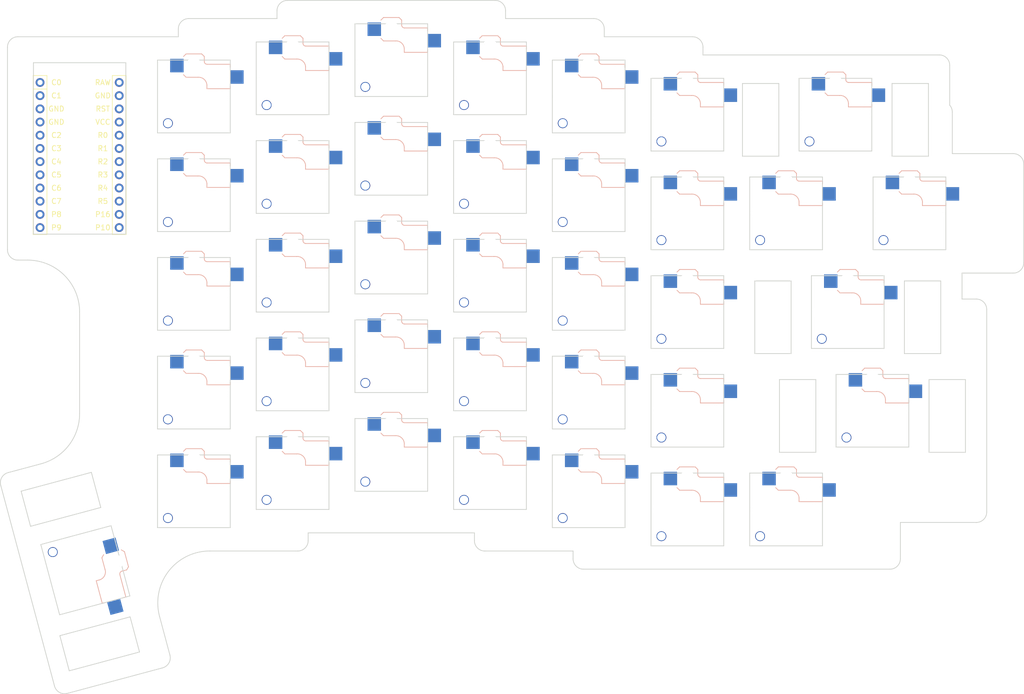
<source format=kicad_pcb>
(kicad_pcb (version 20240108) (generator "ergogen") (generator_version "4.2.1")
  (title_block (title "right") (date "2026-02-06") (rev "0.0.1") (company "LunaticGhoulPiano"))
  (layers (0 "F.Cu" signal) (31 "B.Cu" signal) (34 "B.Paste" user) (35 "F.Paste" user) (36 "B.SilkS" user "B.Silkscreen") (37 "F.SilkS" user "F.Silkscreen") (38 "B.Mask" user) (39 "F.Mask" user) (44 "Edge.Cuts" user))
  (net 0 "")
  (net 1 "RAW")
  (net 2 "GND")
  (net 3 "RST")
  (net 4 "VCC")
  (net 5 "R0")
  (net 6 "R1")
  (net 7 "R2")
  (net 8 "R3")
  (net 9 "R4")
  (net 10 "R5")
  (net 11 "P16")
  (net 12 "P10")
  (net 13 "C0")
  (net 14 "C1")
  (net 15 "C2")
  (net 16 "C3")
  (net 17 "C4")
  (net 18 "C5")
  (net 19 "C6")
  (net 20 "C7")
  (net 21 "P8")
  (net 22 "P9")
  (net 23 "P101")
  (net 24 "P102")
  (net 25 "P107")
  (net 26 "MCU1_24")
  (net 27 "MCU1_1")
  (net 28 "MCU1_23")
  (net 29 "MCU1_2")
  (net 30 "MCU1_22")
  (net 31 "MCU1_3")
  (net 32 "MCU1_21")
  (net 33 "MCU1_4")
  (net 34 "MCU1_20")
  (net 35 "MCU1_5")
  (net 36 "MCU1_19")
  (net 37 "MCU1_6")
  (net 38 "MCU1_18")
  (net 39 "MCU1_7")
  (net 40 "MCU1_17")
  (net 41 "MCU1_8")
  (net 42 "MCU1_16")
  (net 43 "MCU1_9")
  (net 44 "MCU1_15")
  (net 45 "MCU1_10")
  (net 46 "MCU1_14")
  (net 47 "MCU1_11")
  (net 48 "MCU1_13")
  (net 49 "MCU1_12")
  (net 50 "D1")
  (net 51 "D2")
  (footprint "ceoloide:mcu_supermini_nrf52840" (layer "F.Cu") (at 223 164 0)
    (property "Reference" "MCU1" hide)
  )
  (footprint "ceoloide:switch_choc_v1_v2" (layer "B.Cu") (at 245 230 0)
    (property "Reference" "S1" hide)
  )
  (footprint "ceoloide:switch_choc_v1_v2" (layer "B.Cu") (at 245 211 0)
    (property "Reference" "S2" hide)
  )
  (footprint "ceoloide:switch_choc_v1_v2" (layer "B.Cu") (at 245 192 0)
    (property "Reference" "S3" hide)
  )
  (footprint "ceoloide:switch_choc_v1_v2" (layer "B.Cu") (at 245 173 0)
    (property "Reference" "S4" hide)
  )
  (footprint "ceoloide:switch_choc_v1_v2" (layer "B.Cu") (at 245 154 0)
    (property "Reference" "S5" hide)
  )
  (footprint "ceoloide:switch_choc_v1_v2" (layer "B.Cu") (at 264 226.5 0)
    (property "Reference" "S6" hide)
  )
  (footprint "ceoloide:switch_choc_v1_v2" (layer "B.Cu") (at 264 207.5 0)
    (property "Reference" "S7" hide)
  )
  (footprint "ceoloide:switch_choc_v1_v2" (layer "B.Cu") (at 264 188.5 0)
    (property "Reference" "S8" hide)
  )
  (footprint "ceoloide:switch_choc_v1_v2" (layer "B.Cu") (at 264 169.5 0)
    (property "Reference" "S9" hide)
  )
  (footprint "ceoloide:switch_choc_v1_v2" (layer "B.Cu") (at 264 150.5 0)
    (property "Reference" "S10" hide)
  )
  (footprint "ceoloide:switch_choc_v1_v2" (layer "B.Cu") (at 283 223 0)
    (property "Reference" "S11" hide)
  )
  (footprint "ceoloide:switch_choc_v1_v2" (layer "B.Cu") (at 283 204 0)
    (property "Reference" "S12" hide)
  )
  (footprint "ceoloide:switch_choc_v1_v2" (layer "B.Cu") (at 283 185 0)
    (property "Reference" "S13" hide)
  )
  (footprint "ceoloide:switch_choc_v1_v2" (layer "B.Cu") (at 283 166 0)
    (property "Reference" "S14" hide)
  )
  (footprint "ceoloide:switch_choc_v1_v2" (layer "B.Cu") (at 283 147 0)
    (property "Reference" "S15" hide)
  )
  (footprint "ceoloide:switch_choc_v1_v2" (layer "B.Cu") (at 302 226.5 0)
    (property "Reference" "S16" hide)
  )
  (footprint "ceoloide:switch_choc_v1_v2" (layer "B.Cu") (at 302 207.5 0)
    (property "Reference" "S17" hide)
  )
  (footprint "ceoloide:switch_choc_v1_v2" (layer "B.Cu") (at 302 188.5 0)
    (property "Reference" "S18" hide)
  )
  (footprint "ceoloide:switch_choc_v1_v2" (layer "B.Cu") (at 302 169.5 0)
    (property "Reference" "S19" hide)
  )
  (footprint "ceoloide:switch_choc_v1_v2" (layer "B.Cu") (at 302 150.5 0)
    (property "Reference" "S20" hide)
  )
  (footprint "ceoloide:switch_choc_v1_v2" (layer "B.Cu") (at 321 230 0)
    (property "Reference" "S21" hide)
  )
  (footprint "ceoloide:switch_choc_v1_v2" (layer "B.Cu") (at 321 211 0)
    (property "Reference" "S22" hide)
  )
  (footprint "ceoloide:switch_choc_v1_v2" (layer "B.Cu") (at 321 192 0)
    (property "Reference" "S23" hide)
  )
  (footprint "ceoloide:switch_choc_v1_v2" (layer "B.Cu") (at 321 173 0)
    (property "Reference" "S24" hide)
  )
  (footprint "ceoloide:switch_choc_v1_v2" (layer "B.Cu") (at 321 154 0)
    (property "Reference" "S25" hide)
  )
  (footprint "ceoloide:switch_choc_v1_v2" (layer "B.Cu") (at 340 233.5 0)
    (property "Reference" "S26" hide)
  )
  (footprint "ceoloide:switch_choc_v1_v2" (layer "B.Cu") (at 340 214.5 0)
    (property "Reference" "S27" hide)
  )
  (footprint "ceoloide:switch_choc_v1_v2" (layer "B.Cu") (at 340 195.5 0)
    (property "Reference" "S28" hide)
  )
  (footprint "ceoloide:switch_choc_v1_v2" (layer "B.Cu") (at 340 176.5 0)
    (property "Reference" "S29" hide)
  )
  (footprint "ceoloide:switch_choc_v1_v2" (layer "B.Cu") (at 340 157.5 0)
    (property "Reference" "S30" hide)
  )
  (footprint "ceoloide:switch_choc_v1_v2" (layer "B.Cu") (at 359 233.5 0)
    (property "Reference" "S31" hide)
  )
  (footprint "ceoloide:switch_choc_v1_v2" (layer "B.Cu") (at 375.625 214.5 0)
    (property "Reference" "S32" hide)
  )
  (footprint "ceoloide:switch_choc_v1_v2" (layer "B.Cu") (at 370.875 195.5 0)
    (property "Reference" "S33" hide)
  )
  (footprint "ceoloide:switch_choc_v1_v2" (layer "B.Cu") (at 359 176.5 0)
    (property "Reference" "S34" hide)
  )
  (footprint "ceoloide:switch_choc_v1_v2" (layer "B.Cu") (at 368.5 157.5 0)
    (property "Reference" "S35" hide)
  )
  (footprint "ceoloide:switch_choc_v1_v2" (layer "B.Cu") (at 382.75 176.5 0)
    (property "Reference" "S36" hide)
  )
  (footprint "ceoloide:switch_choc_v1_v2" (layer "B.Cu") (at 224.1 245.2 -75)
    (property "Reference" "S37" hide)
  )
  (footprint "ceoloide:diode_tht_sod123" (layer "B.Cu") (at 245 230 0)
    (property "Reference" "D1" hide)
  )
  (footprint "ceoloide:diode_tht_sod123" (layer "B.Cu") (at 245 211 0)
    (property "Reference" "D2" hide)
  )
  (footprint "ceoloide:diode_tht_sod123" (layer "B.Cu") (at 245 192 0)
    (property "Reference" "D3" hide)
  )
  (footprint "ceoloide:diode_tht_sod123" (layer "B.Cu") (at 245 173 0)
    (property "Reference" "D4" hide)
  )
  (footprint "ceoloide:diode_tht_sod123" (layer "B.Cu") (at 245 154 0)
    (property "Reference" "D5" hide)
  )
  (footprint "ceoloide:diode_tht_sod123" (layer "B.Cu") (at 264 226.5 0)
    (property "Reference" "D6" hide)
  )
  (footprint "ceoloide:diode_tht_sod123" (layer "B.Cu") (at 264 207.5 0)
    (property "Reference" "D7" hide)
  )
  (footprint "ceoloide:diode_tht_sod123" (layer "B.Cu") (at 264 188.5 0)
    (property "Reference" "D8" hide)
  )
  (footprint "ceoloide:diode_tht_sod123" (layer "B.Cu") (at 264 169.5 0)
    (property "Reference" "D9" hide)
  )
  (footprint "ceoloide:diode_tht_sod123" (layer "B.Cu") (at 264 150.5 0)
    (property "Reference" "D10" hide)
  )
  (footprint "ceoloide:diode_tht_sod123" (layer "B.Cu") (at 283 223 0)
    (property "Reference" "D11" hide)
  )
  (footprint "ceoloide:diode_tht_sod123" (layer "B.Cu") (at 283 204 0)
    (property "Reference" "D12" hide)
  )
  (footprint "ceoloide:diode_tht_sod123" (layer "B.Cu") (at 283 185 0)
    (property "Reference" "D13" hide)
  )
  (footprint "ceoloide:diode_tht_sod123" (layer "B.Cu") (at 283 166 0)
    (property "Reference" "D14" hide)
  )
  (footprint "ceoloide:diode_tht_sod123" (layer "B.Cu") (at 283 147 0)
    (property "Reference" "D15" hide)
  )
  (footprint "ceoloide:diode_tht_sod123" (layer "B.Cu") (at 302 226.5 0)
    (property "Reference" "D16" hide)
  )
  (footprint "ceoloide:diode_tht_sod123" (layer "B.Cu") (at 302 207.5 0)
    (property "Reference" "D17" hide)
  )
  (footprint "ceoloide:diode_tht_sod123" (layer "B.Cu") (at 302 188.5 0)
    (property "Reference" "D18" hide)
  )
  (footprint "ceoloide:diode_tht_sod123" (layer "B.Cu") (at 302 169.5 0)
    (property "Reference" "D19" hide)
  )
  (footprint "ceoloide:diode_tht_sod123" (layer "B.Cu") (at 302 150.5 0)
    (property "Reference" "D20" hide)
  )
  (footprint "ceoloide:diode_tht_sod123" (layer "B.Cu") (at 321 230 0)
    (property "Reference" "D21" hide)
  )
  (footprint "ceoloide:diode_tht_sod123" (layer "B.Cu") (at 321 211 0)
    (property "Reference" "D22" hide)
  )
  (footprint "ceoloide:diode_tht_sod123" (layer "B.Cu") (at 321 192 0)
    (property "Reference" "D23" hide)
  )
  (footprint "ceoloide:diode_tht_sod123" (layer "B.Cu") (at 321 173 0)
    (property "Reference" "D24" hide)
  )
  (footprint "ceoloide:diode_tht_sod123" (layer "B.Cu") (at 321 154 0)
    (property "Reference" "D25" hide)
  )
  (footprint "ceoloide:diode_tht_sod123" (layer "B.Cu") (at 340 233.5 0)
    (property "Reference" "D26" hide)
  )
  (footprint "ceoloide:diode_tht_sod123" (layer "B.Cu") (at 340 214.5 0)
    (property "Reference" "D27" hide)
  )
  (footprint "ceoloide:diode_tht_sod123" (layer "B.Cu") (at 340 195.5 0)
    (property "Reference" "D28" hide)
  )
  (footprint "ceoloide:diode_tht_sod123" (layer "B.Cu") (at 340 176.5 0)
    (property "Reference" "D29" hide)
  )
  (footprint "ceoloide:diode_tht_sod123" (layer "B.Cu") (at 340 157.5 0)
    (property "Reference" "D30" hide)
  )
  (footprint "ceoloide:diode_tht_sod123" (layer "B.Cu") (at 359 233.5 0)
    (property "Reference" "D31" hide)
  )
  (footprint "ceoloide:diode_tht_sod123" (layer "B.Cu") (at 375.625 214.5 0)
    (property "Reference" "D32" hide)
  )
  (footprint "ceoloide:diode_tht_sod123" (layer "B.Cu") (at 370.875 195.5 0)
    (property "Reference" "D33" hide)
  )
  (footprint "ceoloide:diode_tht_sod123" (layer "B.Cu") (at 359 176.5 0)
    (property "Reference" "D34" hide)
  )
  (footprint "ceoloide:diode_tht_sod123" (layer "B.Cu") (at 368.5 157.5 0)
    (property "Reference" "D35" hide)
  )
  (footprint "ceoloide:diode_tht_sod123" (layer "B.Cu") (at 382.75 176.5 0)
    (property "Reference" "D36" hide)
  )
  (footprint "ceoloide:diode_tht_sod123" (layer "B.Cu") (at 224.1 245.2 -75)
    (property "Reference" "D37" hide)
  )
  (gr_line (start 248.04651791757527 241.5) (end 265 241.5) (layer Edge.Cuts) (stroke (width 0.15)))
  (gr_arc (start 265 241.5) (mid 266.4142136 240.9142136) (end 267 239.5) (layer Edge.Cuts) (stroke (width 0.15)))
  (gr_line (start 267 239.5) (end 267 238) (layer Edge.Cuts) (stroke (width 0.15)))
  (gr_line (start 267 238) (end 299 238) (layer Edge.Cuts) (stroke (width 0.15)))
  (gr_line (start 299 238) (end 299 239.5) (layer Edge.Cuts) (stroke (width 0.15)))
  (gr_arc (start 299 239.5) (mid 299.5857864 240.9142136) (end 301 241.5) (layer Edge.Cuts) (stroke (width 0.15)))
  (gr_line (start 301 241.5) (end 318 241.5) (layer Edge.Cuts) (stroke (width 0.15)))
  (gr_line (start 318 241.5) (end 318 243) (layer Edge.Cuts) (stroke (width 0.15)))
  (gr_arc (start 318 243) (mid 318.5857864 244.4142136) (end 320 245) (layer Edge.Cuts) (stroke (width 0.15)))
  (gr_line (start 320 245) (end 379 245) (layer Edge.Cuts) (stroke (width 0.15)))
  (gr_arc (start 379 245) (mid 380.4142136 244.4142136) (end 381 243) (layer Edge.Cuts) (stroke (width 0.15)))
  (gr_line (start 381 243) (end 381 236) (layer Edge.Cuts) (stroke (width 0.15)))
  (gr_line (start 395.625 236) (end 381 236) (layer Edge.Cuts) (stroke (width 0.15)))
  (gr_arc (start 395.625 236) (mid 397.0392136 235.4142136) (end 397.625 234) (layer Edge.Cuts) (stroke (width 0.15)))
  (gr_line (start 397.625 234) (end 397.625 195) (layer Edge.Cuts) (stroke (width 0.15)))
  (gr_arc (start 397.625 195) (mid 397.0392136 193.5857864) (end 395.625 193) (layer Edge.Cuts) (stroke (width 0.15)))
  (gr_line (start 392.875 193) (end 395.625 193) (layer Edge.Cuts) (stroke (width 0.15)))
  (gr_line (start 392.875 193) (end 392.875 188) (layer Edge.Cuts) (stroke (width 0.15)))
  (gr_line (start 392.875 188) (end 402.75 188) (layer Edge.Cuts) (stroke (width 0.15)))
  (gr_arc (start 402.75 188) (mid 404.1642136 187.4142136) (end 404.75 186) (layer Edge.Cuts) (stroke (width 0.15)))
  (gr_line (start 404.75 186) (end 404.75 167) (layer Edge.Cuts) (stroke (width 0.15)))
  (gr_arc (start 404.75 167) (mid 404.1642136 165.5857864) (end 402.75 165) (layer Edge.Cuts) (stroke (width 0.15)))
  (gr_line (start 402.75 165) (end 391 165) (layer Edge.Cuts) (stroke (width 0.15)))
  (gr_line (start 391 157) (end 391 165) (layer Edge.Cuts) (stroke (width 0.15)))
  (gr_arc (start 391 157) (mid 390.8708287 156.2928932) (end 390.5 155.6771243) (layer Edge.Cuts) (stroke (width 0.15)))
  (gr_line (start 390.5 155.6771243) (end 390.5 148) (layer Edge.Cuts) (stroke (width 0.15)))
  (gr_arc (start 390.5 148) (mid 389.9142136 146.5857864) (end 388.5 146) (layer Edge.Cuts) (stroke (width 0.15)))
  (gr_line (start 343 146) (end 388.5 146) (layer Edge.Cuts) (stroke (width 0.15)))
  (gr_line (start 343 146) (end 343 144.5) (layer Edge.Cuts) (stroke (width 0.15)))
  (gr_arc (start 343 144.5) (mid 342.4142136 143.0857864) (end 341 142.5) (layer Edge.Cuts) (stroke (width 0.15)))
  (gr_line (start 341 142.5) (end 324 142.5) (layer Edge.Cuts) (stroke (width 0.15)))
  (gr_line (start 324 142.5) (end 324 141) (layer Edge.Cuts) (stroke (width 0.15)))
  (gr_arc (start 324 141) (mid 323.4142136 139.5857864) (end 322 139) (layer Edge.Cuts) (stroke (width 0.15)))
  (gr_line (start 322 139) (end 305 139) (layer Edge.Cuts) (stroke (width 0.15)))
  (gr_line (start 305 139) (end 305 137.5) (layer Edge.Cuts) (stroke (width 0.15)))
  (gr_arc (start 305 137.5) (mid 304.4142136 136.0857864) (end 303 135.5) (layer Edge.Cuts) (stroke (width 0.15)))
  (gr_line (start 303 135.5) (end 263 135.5) (layer Edge.Cuts) (stroke (width 0.15)))
  (gr_arc (start 263 135.5) (mid 261.5857864 136.0857864) (end 261 137.5) (layer Edge.Cuts) (stroke (width 0.15)))
  (gr_line (start 261 137.5) (end 261 139) (layer Edge.Cuts) (stroke (width 0.15)))
  (gr_line (start 261 139) (end 244 139) (layer Edge.Cuts) (stroke (width 0.15)))
  (gr_arc (start 244 139) (mid 242.5857864 139.5857864) (end 242 141) (layer Edge.Cuts) (stroke (width 0.15)))
  (gr_line (start 242 141) (end 242 142.5) (layer Edge.Cuts) (stroke (width 0.15)))
  (gr_line (start 211.11 142.5) (end 242 142.5) (layer Edge.Cuts) (stroke (width 0.15)))
  (gr_arc (start 211.11 142.5) (mid 209.6957864 143.0857864) (end 209.11 144.5) (layer Edge.Cuts) (stroke (width 0.15)))
  (gr_line (start 209.11 144.5) (end 209.11 183.5) (layer Edge.Cuts) (stroke (width 0.15)))
  (gr_arc (start 209.11 183.5) (mid 209.6957864 184.9142136) (end 211.11 185.5) (layer Edge.Cuts) (stroke (width 0.15)))
  (gr_line (start 211.11 185.5) (end 213 185.5) (layer Edge.Cuts) (stroke (width 0.15)))
  (gr_line (start 223 215.04539827137103) (end 223 195.5) (layer Edge.Cuts) (stroke (width 0.15)))
  (gr_line (start 215.58819101650644 224.70465633297357) (end 209.2296856 226.4084127673345) (layer Edge.Cuts) (stroke (width 0.15)))
  (gr_arc (start 209.22968559999998 226.4084128) (mid 208.01527289999999 227.3402644) (end 207.8154721 228.8579025) (layer Edge.Cuts) (stroke (width 0.15)))
  (gr_line (start 207.81547199999997 228.8579025) (end 218.1682339 267.4949356) (layer Edge.Cuts) (stroke (width 0.15)))
  (gr_arc (start 218.16823389999996 267.49493559999996) (mid 219.10008559999997 268.7093483) (end 220.61772369999997 268.90914919999994) (layer Edge.Cuts) (stroke (width 0.15)))
  (gr_line (start 220.6177237 268.90914919999994) (end 238.9703144 263.99158729999994) (layer Edge.Cuts) (stroke (width 0.15)))
  (gr_arc (start 238.9703144 263.99158729999994) (mid 240.1847271 263.05973559999995) (end 240.38452800000002 261.54209749999995) (layer Edge.Cuts) (stroke (width 0.15)))
  (gr_line (start 240.38452800000002 261.5420975) (end 238.38725951267145 254.08819010849356) (layer Edge.Cuts) (stroke (width 0.15)))
  (gr_arc (start 223 195.5) (mid 220.0710678 188.4289322) (end 213 185.5) (layer Edge.Cuts) (stroke (width 0.15)))
  (gr_arc (start 215.588191 224.70465637137102) (mid 220.9335336 221.13301237137102) (end 223 215.04539827137103) (layer Edge.Cuts) (stroke (width 0.15)))
  (gr_arc (start 248.04651791757527 241.5) (mid 240.11298461757528 245.4123856) (end 238.38725951757527 254.0881901) (layer Edge.Cuts) (stroke (width 0.15)))
  (gr_line (start 238 237) (end 252 237) (layer Edge.Cuts) (stroke (width 0.15)))
  (gr_line (start 252 237) (end 252 223) (layer Edge.Cuts) (stroke (width 0.15)))
  (gr_line (start 252 223) (end 238 223) (layer Edge.Cuts) (stroke (width 0.15)))
  (gr_line (start 238 223) (end 238 237) (layer Edge.Cuts) (stroke (width 0.15)))
  (gr_line (start 238 218) (end 252 218) (layer Edge.Cuts) (stroke (width 0.15)))
  (gr_line (start 252 218) (end 252 204) (layer Edge.Cuts) (stroke (width 0.15)))
  (gr_line (start 252 204) (end 238 204) (layer Edge.Cuts) (stroke (width 0.15)))
  (gr_line (start 238 204) (end 238 218) (layer Edge.Cuts) (stroke (width 0.15)))
  (gr_line (start 238 199) (end 252 199) (layer Edge.Cuts) (stroke (width 0.15)))
  (gr_line (start 252 199) (end 252 185) (layer Edge.Cuts) (stroke (width 0.15)))
  (gr_line (start 252 185) (end 238 185) (layer Edge.Cuts) (stroke (width 0.15)))
  (gr_line (start 238 185) (end 238 199) (layer Edge.Cuts) (stroke (width 0.15)))
  (gr_line (start 238 180) (end 252 180) (layer Edge.Cuts) (stroke (width 0.15)))
  (gr_line (start 252 180) (end 252 166) (layer Edge.Cuts) (stroke (width 0.15)))
  (gr_line (start 252 166) (end 238 166) (layer Edge.Cuts) (stroke (width 0.15)))
  (gr_line (start 238 166) (end 238 180) (layer Edge.Cuts) (stroke (width 0.15)))
  (gr_line (start 238 161) (end 252 161) (layer Edge.Cuts) (stroke (width 0.15)))
  (gr_line (start 252 161) (end 252 147) (layer Edge.Cuts) (stroke (width 0.15)))
  (gr_line (start 252 147) (end 238 147) (layer Edge.Cuts) (stroke (width 0.15)))
  (gr_line (start 238 147) (end 238 161) (layer Edge.Cuts) (stroke (width 0.15)))
  (gr_line (start 257 233.5) (end 271 233.5) (layer Edge.Cuts) (stroke (width 0.15)))
  (gr_line (start 271 233.5) (end 271 219.5) (layer Edge.Cuts) (stroke (width 0.15)))
  (gr_line (start 271 219.5) (end 257 219.5) (layer Edge.Cuts) (stroke (width 0.15)))
  (gr_line (start 257 219.5) (end 257 233.5) (layer Edge.Cuts) (stroke (width 0.15)))
  (gr_line (start 257 214.5) (end 271 214.5) (layer Edge.Cuts) (stroke (width 0.15)))
  (gr_line (start 271 214.5) (end 271 200.5) (layer Edge.Cuts) (stroke (width 0.15)))
  (gr_line (start 271 200.5) (end 257 200.5) (layer Edge.Cuts) (stroke (width 0.15)))
  (gr_line (start 257 200.5) (end 257 214.5) (layer Edge.Cuts) (stroke (width 0.15)))
  (gr_line (start 257 195.5) (end 271 195.5) (layer Edge.Cuts) (stroke (width 0.15)))
  (gr_line (start 271 195.5) (end 271 181.5) (layer Edge.Cuts) (stroke (width 0.15)))
  (gr_line (start 271 181.5) (end 257 181.5) (layer Edge.Cuts) (stroke (width 0.15)))
  (gr_line (start 257 181.5) (end 257 195.5) (layer Edge.Cuts) (stroke (width 0.15)))
  (gr_line (start 257 176.5) (end 271 176.5) (layer Edge.Cuts) (stroke (width 0.15)))
  (gr_line (start 271 176.5) (end 271 162.5) (layer Edge.Cuts) (stroke (width 0.15)))
  (gr_line (start 271 162.5) (end 257 162.5) (layer Edge.Cuts) (stroke (width 0.15)))
  (gr_line (start 257 162.5) (end 257 176.5) (layer Edge.Cuts) (stroke (width 0.15)))
  (gr_line (start 257 157.5) (end 271 157.5) (layer Edge.Cuts) (stroke (width 0.15)))
  (gr_line (start 271 157.5) (end 271 143.5) (layer Edge.Cuts) (stroke (width 0.15)))
  (gr_line (start 271 143.5) (end 257 143.5) (layer Edge.Cuts) (stroke (width 0.15)))
  (gr_line (start 257 143.5) (end 257 157.5) (layer Edge.Cuts) (stroke (width 0.15)))
  (gr_line (start 276 230) (end 290 230) (layer Edge.Cuts) (stroke (width 0.15)))
  (gr_line (start 290 230) (end 290 216) (layer Edge.Cuts) (stroke (width 0.15)))
  (gr_line (start 290 216) (end 276 216) (layer Edge.Cuts) (stroke (width 0.15)))
  (gr_line (start 276 216) (end 276 230) (layer Edge.Cuts) (stroke (width 0.15)))
  (gr_line (start 276 211) (end 290 211) (layer Edge.Cuts) (stroke (width 0.15)))
  (gr_line (start 290 211) (end 290 197) (layer Edge.Cuts) (stroke (width 0.15)))
  (gr_line (start 290 197) (end 276 197) (layer Edge.Cuts) (stroke (width 0.15)))
  (gr_line (start 276 197) (end 276 211) (layer Edge.Cuts) (stroke (width 0.15)))
  (gr_line (start 276 192) (end 290 192) (layer Edge.Cuts) (stroke (width 0.15)))
  (gr_line (start 290 192) (end 290 178) (layer Edge.Cuts) (stroke (width 0.15)))
  (gr_line (start 290 178) (end 276 178) (layer Edge.Cuts) (stroke (width 0.15)))
  (gr_line (start 276 178) (end 276 192) (layer Edge.Cuts) (stroke (width 0.15)))
  (gr_line (start 276 173) (end 290 173) (layer Edge.Cuts) (stroke (width 0.15)))
  (gr_line (start 290 173) (end 290 159) (layer Edge.Cuts) (stroke (width 0.15)))
  (gr_line (start 290 159) (end 276 159) (layer Edge.Cuts) (stroke (width 0.15)))
  (gr_line (start 276 159) (end 276 173) (layer Edge.Cuts) (stroke (width 0.15)))
  (gr_line (start 276 154) (end 290 154) (layer Edge.Cuts) (stroke (width 0.15)))
  (gr_line (start 290 154) (end 290 140) (layer Edge.Cuts) (stroke (width 0.15)))
  (gr_line (start 290 140) (end 276 140) (layer Edge.Cuts) (stroke (width 0.15)))
  (gr_line (start 276 140) (end 276 154) (layer Edge.Cuts) (stroke (width 0.15)))
  (gr_line (start 295 233.5) (end 309 233.5) (layer Edge.Cuts) (stroke (width 0.15)))
  (gr_line (start 309 233.5) (end 309 219.5) (layer Edge.Cuts) (stroke (width 0.15)))
  (gr_line (start 309 219.5) (end 295 219.5) (layer Edge.Cuts) (stroke (width 0.15)))
  (gr_line (start 295 219.5) (end 295 233.5) (layer Edge.Cuts) (stroke (width 0.15)))
  (gr_line (start 295 214.5) (end 309 214.5) (layer Edge.Cuts) (stroke (width 0.15)))
  (gr_line (start 309 214.5) (end 309 200.5) (layer Edge.Cuts) (stroke (width 0.15)))
  (gr_line (start 309 200.5) (end 295 200.5) (layer Edge.Cuts) (stroke (width 0.15)))
  (gr_line (start 295 200.5) (end 295 214.5) (layer Edge.Cuts) (stroke (width 0.15)))
  (gr_line (start 295 195.5) (end 309 195.5) (layer Edge.Cuts) (stroke (width 0.15)))
  (gr_line (start 309 195.5) (end 309 181.5) (layer Edge.Cuts) (stroke (width 0.15)))
  (gr_line (start 309 181.5) (end 295 181.5) (layer Edge.Cuts) (stroke (width 0.15)))
  (gr_line (start 295 181.5) (end 295 195.5) (layer Edge.Cuts) (stroke (width 0.15)))
  (gr_line (start 295 176.5) (end 309 176.5) (layer Edge.Cuts) (stroke (width 0.15)))
  (gr_line (start 309 176.5) (end 309 162.5) (layer Edge.Cuts) (stroke (width 0.15)))
  (gr_line (start 309 162.5) (end 295 162.5) (layer Edge.Cuts) (stroke (width 0.15)))
  (gr_line (start 295 162.5) (end 295 176.5) (layer Edge.Cuts) (stroke (width 0.15)))
  (gr_line (start 295 157.5) (end 309 157.5) (layer Edge.Cuts) (stroke (width 0.15)))
  (gr_line (start 309 157.5) (end 309 143.5) (layer Edge.Cuts) (stroke (width 0.15)))
  (gr_line (start 309 143.5) (end 295 143.5) (layer Edge.Cuts) (stroke (width 0.15)))
  (gr_line (start 295 143.5) (end 295 157.5) (layer Edge.Cuts) (stroke (width 0.15)))
  (gr_line (start 314 237) (end 328 237) (layer Edge.Cuts) (stroke (width 0.15)))
  (gr_line (start 328 237) (end 328 223) (layer Edge.Cuts) (stroke (width 0.15)))
  (gr_line (start 328 223) (end 314 223) (layer Edge.Cuts) (stroke (width 0.15)))
  (gr_line (start 314 223) (end 314 237) (layer Edge.Cuts) (stroke (width 0.15)))
  (gr_line (start 314 218) (end 328 218) (layer Edge.Cuts) (stroke (width 0.15)))
  (gr_line (start 328 218) (end 328 204) (layer Edge.Cuts) (stroke (width 0.15)))
  (gr_line (start 328 204) (end 314 204) (layer Edge.Cuts) (stroke (width 0.15)))
  (gr_line (start 314 204) (end 314 218) (layer Edge.Cuts) (stroke (width 0.15)))
  (gr_line (start 314 199) (end 328 199) (layer Edge.Cuts) (stroke (width 0.15)))
  (gr_line (start 328 199) (end 328 185) (layer Edge.Cuts) (stroke (width 0.15)))
  (gr_line (start 328 185) (end 314 185) (layer Edge.Cuts) (stroke (width 0.15)))
  (gr_line (start 314 185) (end 314 199) (layer Edge.Cuts) (stroke (width 0.15)))
  (gr_line (start 314 180) (end 328 180) (layer Edge.Cuts) (stroke (width 0.15)))
  (gr_line (start 328 180) (end 328 166) (layer Edge.Cuts) (stroke (width 0.15)))
  (gr_line (start 328 166) (end 314 166) (layer Edge.Cuts) (stroke (width 0.15)))
  (gr_line (start 314 166) (end 314 180) (layer Edge.Cuts) (stroke (width 0.15)))
  (gr_line (start 314 161) (end 328 161) (layer Edge.Cuts) (stroke (width 0.15)))
  (gr_line (start 328 161) (end 328 147) (layer Edge.Cuts) (stroke (width 0.15)))
  (gr_line (start 328 147) (end 314 147) (layer Edge.Cuts) (stroke (width 0.15)))
  (gr_line (start 314 147) (end 314 161) (layer Edge.Cuts) (stroke (width 0.15)))
  (gr_line (start 333 240.5) (end 347 240.5) (layer Edge.Cuts) (stroke (width 0.15)))
  (gr_line (start 347 240.5) (end 347 226.5) (layer Edge.Cuts) (stroke (width 0.15)))
  (gr_line (start 347 226.5) (end 333 226.5) (layer Edge.Cuts) (stroke (width 0.15)))
  (gr_line (start 333 226.5) (end 333 240.5) (layer Edge.Cuts) (stroke (width 0.15)))
  (gr_line (start 333 221.5) (end 347 221.5) (layer Edge.Cuts) (stroke (width 0.15)))
  (gr_line (start 347 221.5) (end 347 207.5) (layer Edge.Cuts) (stroke (width 0.15)))
  (gr_line (start 347 207.5) (end 333 207.5) (layer Edge.Cuts) (stroke (width 0.15)))
  (gr_line (start 333 207.5) (end 333 221.5) (layer Edge.Cuts) (stroke (width 0.15)))
  (gr_line (start 333 202.5) (end 347 202.5) (layer Edge.Cuts) (stroke (width 0.15)))
  (gr_line (start 347 202.5) (end 347 188.5) (layer Edge.Cuts) (stroke (width 0.15)))
  (gr_line (start 347 188.5) (end 333 188.5) (layer Edge.Cuts) (stroke (width 0.15)))
  (gr_line (start 333 188.5) (end 333 202.5) (layer Edge.Cuts) (stroke (width 0.15)))
  (gr_line (start 333 183.5) (end 347 183.5) (layer Edge.Cuts) (stroke (width 0.15)))
  (gr_line (start 347 183.5) (end 347 169.5) (layer Edge.Cuts) (stroke (width 0.15)))
  (gr_line (start 347 169.5) (end 333 169.5) (layer Edge.Cuts) (stroke (width 0.15)))
  (gr_line (start 333 169.5) (end 333 183.5) (layer Edge.Cuts) (stroke (width 0.15)))
  (gr_line (start 333 164.5) (end 347 164.5) (layer Edge.Cuts) (stroke (width 0.15)))
  (gr_line (start 347 164.5) (end 347 150.5) (layer Edge.Cuts) (stroke (width 0.15)))
  (gr_line (start 347 150.5) (end 333 150.5) (layer Edge.Cuts) (stroke (width 0.15)))
  (gr_line (start 333 150.5) (end 333 164.5) (layer Edge.Cuts) (stroke (width 0.15)))
  (gr_line (start 352 240.5) (end 366 240.5) (layer Edge.Cuts) (stroke (width 0.15)))
  (gr_line (start 366 240.5) (end 366 226.5) (layer Edge.Cuts) (stroke (width 0.15)))
  (gr_line (start 366 226.5) (end 352 226.5) (layer Edge.Cuts) (stroke (width 0.15)))
  (gr_line (start 352 226.5) (end 352 240.5) (layer Edge.Cuts) (stroke (width 0.15)))
  (gr_line (start 368.625 221.5) (end 382.625 221.5) (layer Edge.Cuts) (stroke (width 0.15)))
  (gr_line (start 382.625 221.5) (end 382.625 207.5) (layer Edge.Cuts) (stroke (width 0.15)))
  (gr_line (start 382.625 207.5) (end 368.625 207.5) (layer Edge.Cuts) (stroke (width 0.15)))
  (gr_line (start 368.625 207.5) (end 368.625 221.5) (layer Edge.Cuts) (stroke (width 0.15)))
  (gr_line (start 363.875 202.5) (end 377.875 202.5) (layer Edge.Cuts) (stroke (width 0.15)))
  (gr_line (start 377.875 202.5) (end 377.875 188.5) (layer Edge.Cuts) (stroke (width 0.15)))
  (gr_line (start 377.875 188.5) (end 363.875 188.5) (layer Edge.Cuts) (stroke (width 0.15)))
  (gr_line (start 363.875 188.5) (end 363.875 202.5) (layer Edge.Cuts) (stroke (width 0.15)))
  (gr_line (start 352 183.5) (end 366 183.5) (layer Edge.Cuts) (stroke (width 0.15)))
  (gr_line (start 366 183.5) (end 366 169.5) (layer Edge.Cuts) (stroke (width 0.15)))
  (gr_line (start 366 169.5) (end 352 169.5) (layer Edge.Cuts) (stroke (width 0.15)))
  (gr_line (start 352 169.5) (end 352 183.5) (layer Edge.Cuts) (stroke (width 0.15)))
  (gr_line (start 361.5 164.5) (end 375.5 164.5) (layer Edge.Cuts) (stroke (width 0.15)))
  (gr_line (start 375.5 164.5) (end 375.5 150.5) (layer Edge.Cuts) (stroke (width 0.15)))
  (gr_line (start 375.5 150.5) (end 361.5 150.5) (layer Edge.Cuts) (stroke (width 0.15)))
  (gr_line (start 361.5 150.5) (end 361.5 164.5) (layer Edge.Cuts) (stroke (width 0.15)))
  (gr_line (start 375.75 183.5) (end 389.75 183.5) (layer Edge.Cuts) (stroke (width 0.15)))
  (gr_line (start 389.75 183.5) (end 389.75 169.5) (layer Edge.Cuts) (stroke (width 0.15)))
  (gr_line (start 389.75 169.5) (end 375.75 169.5) (layer Edge.Cuts) (stroke (width 0.15)))
  (gr_line (start 375.75 169.5) (end 375.75 183.5) (layer Edge.Cuts) (stroke (width 0.15)))
  (gr_line (start 215.5267859 240.2502525) (end 219.1502525 253.7732141) (layer Edge.Cuts) (stroke (width 0.15)))
  (gr_line (start 219.1502525 253.7732141) (end 232.6732141 250.1497475) (layer Edge.Cuts) (stroke (width 0.15)))
  (gr_line (start 232.6732141 250.1497475) (end 229.0497475 236.6267859) (layer Edge.Cuts) (stroke (width 0.15)))
  (gr_line (start 229.0497475 236.6267859) (end 215.5267859 240.2502525) (layer Edge.Cuts) (stroke (width 0.15)))
  (gr_line (start 386.525 222.5) (end 393.525 222.5) (layer Edge.Cuts) (stroke (width 0.15)))
  (gr_line (start 393.525 222.5) (end 393.525 208.5) (layer Edge.Cuts) (stroke (width 0.15)))
  (gr_line (start 393.525 208.5) (end 386.525 208.5) (layer Edge.Cuts) (stroke (width 0.15)))
  (gr_line (start 386.525 208.5) (end 386.525 222.5) (layer Edge.Cuts) (stroke (width 0.15)))
  (gr_line (start 381.775 203.5) (end 388.775 203.5) (layer Edge.Cuts) (stroke (width 0.15)))
  (gr_line (start 388.775 203.5) (end 388.775 189.5) (layer Edge.Cuts) (stroke (width 0.15)))
  (gr_line (start 388.775 189.5) (end 381.775 189.5) (layer Edge.Cuts) (stroke (width 0.15)))
  (gr_line (start 381.775 189.5) (end 381.775 203.5) (layer Edge.Cuts) (stroke (width 0.15)))
  (gr_line (start 379.4 165.5) (end 386.4 165.5) (layer Edge.Cuts) (stroke (width 0.15)))
  (gr_line (start 386.4 165.5) (end 386.4 151.5) (layer Edge.Cuts) (stroke (width 0.15)))
  (gr_line (start 386.4 151.5) (end 379.4 151.5) (layer Edge.Cuts) (stroke (width 0.15)))
  (gr_line (start 379.4 151.5) (end 379.4 165.5) (layer Edge.Cuts) (stroke (width 0.15)))
  (gr_line (start 219.19372099999998 257.79914379999997) (end 221.0054543 264.5606246) (layer Edge.Cuts) (stroke (width 0.15)))
  (gr_line (start 221.0054543 264.5606246) (end 234.5284158 260.937158) (layer Edge.Cuts) (stroke (width 0.15)))
  (gr_line (start 234.5284158 260.937158) (end 232.7166825 254.1756772) (layer Edge.Cuts) (stroke (width 0.15)))
  (gr_line (start 232.7166825 254.1756772) (end 219.19372099999998 257.79914379999997) (layer Edge.Cuts) (stroke (width 0.15)))
  (gr_line (start 357.725 222.5) (end 364.725 222.5) (layer Edge.Cuts) (stroke (width 0.15)))
  (gr_line (start 364.725 222.5) (end 364.725 208.5) (layer Edge.Cuts) (stroke (width 0.15)))
  (gr_line (start 364.725 208.5) (end 357.725 208.5) (layer Edge.Cuts) (stroke (width 0.15)))
  (gr_line (start 357.725 208.5) (end 357.725 222.5) (layer Edge.Cuts) (stroke (width 0.15)))
  (gr_line (start 352.975 203.5) (end 359.975 203.5) (layer Edge.Cuts) (stroke (width 0.15)))
  (gr_line (start 359.975 203.5) (end 359.975 189.5) (layer Edge.Cuts) (stroke (width 0.15)))
  (gr_line (start 359.975 189.5) (end 352.975 189.5) (layer Edge.Cuts) (stroke (width 0.15)))
  (gr_line (start 352.975 189.5) (end 352.975 203.5) (layer Edge.Cuts) (stroke (width 0.15)))
  (gr_line (start 350.6 165.5) (end 357.6 165.5) (layer Edge.Cuts) (stroke (width 0.15)))
  (gr_line (start 357.6 165.5) (end 357.6 151.5) (layer Edge.Cuts) (stroke (width 0.15)))
  (gr_line (start 357.6 151.5) (end 350.6 151.5) (layer Edge.Cuts) (stroke (width 0.15)))
  (gr_line (start 350.6 151.5) (end 350.6 165.5) (layer Edge.Cuts) (stroke (width 0.15)))
  (gr_line (start 211.73973249999997 229.98048) (end 213.5514658 236.7419608) (layer Edge.Cuts) (stroke (width 0.15)))
  (gr_line (start 213.5514658 236.7419608) (end 227.0744273 233.1184942) (layer Edge.Cuts) (stroke (width 0.15)))
  (gr_line (start 227.0744273 233.1184942) (end 225.26269399999998 226.3570134) (layer Edge.Cuts) (stroke (width 0.15)))
  (gr_line (start 225.26269399999998 226.3570134) (end 211.73973249999997 229.98048) (layer Edge.Cuts) (stroke (width 0.15)))
  (gr_line (start 214.11 180.5) (end 231.89000000000001 180.5) (layer Edge.Cuts) (stroke (width 0.15)))
  (gr_line (start 231.89000000000001 180.5) (end 231.89000000000001 147.5) (layer Edge.Cuts) (stroke (width 0.15)))
  (gr_line (start 231.89000000000001 147.5) (end 214.11 147.5) (layer Edge.Cuts) (stroke (width 0.15)))
  (gr_line (start 214.11 147.5) (end 214.11 180.5) (layer Edge.Cuts) (stroke (width 0.15)))
)
</source>
